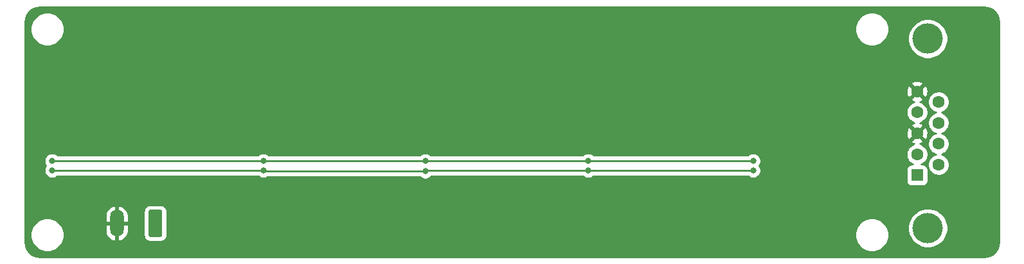
<source format=gbr>
%TF.GenerationSoftware,KiCad,Pcbnew,(5.1.12)-1*%
%TF.CreationDate,2021-12-02T22:11:06-06:00*%
%TF.ProjectId,CANA_BOARD,43414e41-5f42-44f4-9152-442e6b696361,rev?*%
%TF.SameCoordinates,Original*%
%TF.FileFunction,Copper,L2,Bot*%
%TF.FilePolarity,Positive*%
%FSLAX46Y46*%
G04 Gerber Fmt 4.6, Leading zero omitted, Abs format (unit mm)*
G04 Created by KiCad (PCBNEW (5.1.12)-1) date 2021-12-02 22:11:06*
%MOMM*%
%LPD*%
G01*
G04 APERTURE LIST*
%TA.AperFunction,ComponentPad*%
%ADD10O,1.800000X3.600000*%
%TD*%
%TA.AperFunction,ComponentPad*%
%ADD11C,4.000000*%
%TD*%
%TA.AperFunction,ComponentPad*%
%ADD12C,1.600000*%
%TD*%
%TA.AperFunction,ComponentPad*%
%ADD13R,1.600000X1.600000*%
%TD*%
%TA.AperFunction,ViaPad*%
%ADD14C,0.800000*%
%TD*%
%TA.AperFunction,Conductor*%
%ADD15C,0.250000*%
%TD*%
%TA.AperFunction,Conductor*%
%ADD16C,0.254000*%
%TD*%
%TA.AperFunction,Conductor*%
%ADD17C,0.100000*%
%TD*%
G04 APERTURE END LIST*
D10*
%TO.P,J1,2*%
%TO.N,GND_ISO*%
X118110000Y-96520000D03*
%TO.P,J1,1*%
%TO.N,5V_ISO*%
%TA.AperFunction,ComponentPad*%
G36*
G01*
X124090000Y-94970000D02*
X124090000Y-98070000D01*
G75*
G02*
X123840000Y-98320000I-250000J0D01*
G01*
X122540000Y-98320000D01*
G75*
G02*
X122290000Y-98070000I0J250000D01*
G01*
X122290000Y-94970000D01*
G75*
G02*
X122540000Y-94720000I250000J0D01*
G01*
X123840000Y-94720000D01*
G75*
G02*
X124090000Y-94970000I0J-250000D01*
G01*
G37*
%TD.AperFunction*%
%TD*%
D11*
%TO.P,J6,0*%
%TO.N,N/C*%
X224940000Y-72130000D03*
X224940000Y-97130000D03*
D12*
%TO.P,J6,9*%
X226360000Y-80475000D03*
%TO.P,J6,8*%
X226360000Y-83245000D03*
%TO.P,J6,7*%
%TO.N,CAN_IN+*%
X226360000Y-86015000D03*
%TO.P,J6,6*%
%TO.N,N/C*%
X226360000Y-88785000D03*
%TO.P,J6,5*%
%TO.N,GND_ISO*%
X223520000Y-79090000D03*
%TO.P,J6,4*%
%TO.N,N/C*%
X223520000Y-81860000D03*
%TO.P,J6,3*%
%TO.N,GND_ISO*%
X223520000Y-84630000D03*
%TO.P,J6,2*%
%TO.N,CAN_IN-*%
X223520000Y-87400000D03*
D13*
%TO.P,J6,1*%
%TO.N,N/C*%
X223520000Y-90170000D03*
%TD*%
D14*
%TO.N,GND_ISO*%
X215646000Y-77978000D03*
%TO.N,Net-(J18-Pad2)*%
X109601000Y-88265000D03*
X137414000Y-88265000D03*
X158750000Y-88265000D03*
X180213000Y-88265000D03*
X201930000Y-88265000D03*
%TO.N,Net-(J18-Pad1)*%
X109601000Y-89535000D03*
X137414000Y-89535000D03*
X158750000Y-89662000D03*
X180213000Y-89535000D03*
X201930000Y-89535000D03*
%TD*%
D15*
%TO.N,Net-(J18-Pad2)*%
X109601000Y-88265000D02*
X137414000Y-88265000D01*
X137414000Y-88265000D02*
X158750000Y-88265000D01*
X158750000Y-88265000D02*
X180213000Y-88265000D01*
X180213000Y-88265000D02*
X201930000Y-88265000D01*
%TO.N,Net-(J18-Pad1)*%
X201930000Y-89535000D02*
X180213000Y-89535000D01*
X158877000Y-89535000D02*
X158750000Y-89662000D01*
X180213000Y-89535000D02*
X158877000Y-89535000D01*
X137541000Y-89662000D02*
X137414000Y-89535000D01*
X158750000Y-89662000D02*
X137541000Y-89662000D01*
X137414000Y-89535000D02*
X109601000Y-89535000D01*
%TD*%
D16*
%TO.N,GND_ISO*%
X232774545Y-68008909D02*
X233125208Y-68114780D01*
X233448625Y-68286744D01*
X233732484Y-68518254D01*
X233965965Y-68800486D01*
X234140183Y-69122695D01*
X234248502Y-69472614D01*
X234290000Y-69867443D01*
X234290001Y-99027711D01*
X234251091Y-99424545D01*
X234145220Y-99775206D01*
X233973257Y-100098623D01*
X233741748Y-100382482D01*
X233459514Y-100615965D01*
X233137304Y-100790184D01*
X232787385Y-100898502D01*
X232392557Y-100940000D01*
X107982279Y-100940000D01*
X107585455Y-100901091D01*
X107234794Y-100795220D01*
X106911377Y-100623257D01*
X106627518Y-100391748D01*
X106394035Y-100109514D01*
X106219816Y-99787304D01*
X106111498Y-99437385D01*
X106070000Y-99042557D01*
X106070000Y-97823872D01*
X106731000Y-97823872D01*
X106731000Y-98264128D01*
X106816890Y-98695925D01*
X106985369Y-99102669D01*
X107229962Y-99468729D01*
X107541271Y-99780038D01*
X107907331Y-100024631D01*
X108314075Y-100193110D01*
X108745872Y-100279000D01*
X109186128Y-100279000D01*
X109617925Y-100193110D01*
X110024669Y-100024631D01*
X110390729Y-99780038D01*
X110702038Y-99468729D01*
X110946631Y-99102669D01*
X111115110Y-98695925D01*
X111201000Y-98264128D01*
X111201000Y-97823872D01*
X111115110Y-97392075D01*
X110946631Y-96985331D01*
X110720566Y-96647000D01*
X116575000Y-96647000D01*
X116575000Y-97547000D01*
X116629271Y-97844023D01*
X116740446Y-98124751D01*
X116904252Y-98378396D01*
X117114394Y-98595210D01*
X117362796Y-98766862D01*
X117639913Y-98886755D01*
X117745260Y-98911036D01*
X117983000Y-98790378D01*
X117983000Y-96647000D01*
X118237000Y-96647000D01*
X118237000Y-98790378D01*
X118474740Y-98911036D01*
X118580087Y-98886755D01*
X118857204Y-98766862D01*
X119105606Y-98595210D01*
X119315748Y-98378396D01*
X119479554Y-98124751D01*
X119590729Y-97844023D01*
X119645000Y-97547000D01*
X119645000Y-96647000D01*
X118237000Y-96647000D01*
X117983000Y-96647000D01*
X116575000Y-96647000D01*
X110720566Y-96647000D01*
X110702038Y-96619271D01*
X110390729Y-96307962D01*
X110024669Y-96063369D01*
X109617925Y-95894890D01*
X109186128Y-95809000D01*
X108745872Y-95809000D01*
X108314075Y-95894890D01*
X107907331Y-96063369D01*
X107541271Y-96307962D01*
X107229962Y-96619271D01*
X106985369Y-96985331D01*
X106816890Y-97392075D01*
X106731000Y-97823872D01*
X106070000Y-97823872D01*
X106070000Y-95493000D01*
X116575000Y-95493000D01*
X116575000Y-96393000D01*
X117983000Y-96393000D01*
X117983000Y-94249622D01*
X118237000Y-94249622D01*
X118237000Y-96393000D01*
X119645000Y-96393000D01*
X119645000Y-95493000D01*
X119590729Y-95195977D01*
X119501237Y-94970000D01*
X121651928Y-94970000D01*
X121651928Y-98070000D01*
X121668992Y-98243254D01*
X121719528Y-98409850D01*
X121801595Y-98563386D01*
X121912038Y-98697962D01*
X122046614Y-98808405D01*
X122200150Y-98890472D01*
X122366746Y-98941008D01*
X122540000Y-98958072D01*
X123840000Y-98958072D01*
X124013254Y-98941008D01*
X124179850Y-98890472D01*
X124333386Y-98808405D01*
X124467962Y-98697962D01*
X124578405Y-98563386D01*
X124660472Y-98409850D01*
X124711008Y-98243254D01*
X124728072Y-98070000D01*
X124728072Y-97823872D01*
X215316000Y-97823872D01*
X215316000Y-98264128D01*
X215401890Y-98695925D01*
X215570369Y-99102669D01*
X215814962Y-99468729D01*
X216126271Y-99780038D01*
X216492331Y-100024631D01*
X216899075Y-100193110D01*
X217330872Y-100279000D01*
X217771128Y-100279000D01*
X218202925Y-100193110D01*
X218609669Y-100024631D01*
X218975729Y-99780038D01*
X219287038Y-99468729D01*
X219531631Y-99102669D01*
X219700110Y-98695925D01*
X219786000Y-98264128D01*
X219786000Y-97823872D01*
X219700110Y-97392075D01*
X219531631Y-96985331D01*
X219454887Y-96870475D01*
X222305000Y-96870475D01*
X222305000Y-97389525D01*
X222406261Y-97898601D01*
X222604893Y-98378141D01*
X222893262Y-98809715D01*
X223260285Y-99176738D01*
X223691859Y-99465107D01*
X224171399Y-99663739D01*
X224680475Y-99765000D01*
X225199525Y-99765000D01*
X225708601Y-99663739D01*
X226188141Y-99465107D01*
X226619715Y-99176738D01*
X226986738Y-98809715D01*
X227275107Y-98378141D01*
X227473739Y-97898601D01*
X227575000Y-97389525D01*
X227575000Y-96870475D01*
X227473739Y-96361399D01*
X227275107Y-95881859D01*
X226986738Y-95450285D01*
X226619715Y-95083262D01*
X226188141Y-94794893D01*
X225708601Y-94596261D01*
X225199525Y-94495000D01*
X224680475Y-94495000D01*
X224171399Y-94596261D01*
X223691859Y-94794893D01*
X223260285Y-95083262D01*
X222893262Y-95450285D01*
X222604893Y-95881859D01*
X222406261Y-96361399D01*
X222305000Y-96870475D01*
X219454887Y-96870475D01*
X219287038Y-96619271D01*
X218975729Y-96307962D01*
X218609669Y-96063369D01*
X218202925Y-95894890D01*
X217771128Y-95809000D01*
X217330872Y-95809000D01*
X216899075Y-95894890D01*
X216492331Y-96063369D01*
X216126271Y-96307962D01*
X215814962Y-96619271D01*
X215570369Y-96985331D01*
X215401890Y-97392075D01*
X215316000Y-97823872D01*
X124728072Y-97823872D01*
X124728072Y-94970000D01*
X124711008Y-94796746D01*
X124660472Y-94630150D01*
X124578405Y-94476614D01*
X124467962Y-94342038D01*
X124333386Y-94231595D01*
X124179850Y-94149528D01*
X124013254Y-94098992D01*
X123840000Y-94081928D01*
X122540000Y-94081928D01*
X122366746Y-94098992D01*
X122200150Y-94149528D01*
X122046614Y-94231595D01*
X121912038Y-94342038D01*
X121801595Y-94476614D01*
X121719528Y-94630150D01*
X121668992Y-94796746D01*
X121651928Y-94970000D01*
X119501237Y-94970000D01*
X119479554Y-94915249D01*
X119315748Y-94661604D01*
X119105606Y-94444790D01*
X118857204Y-94273138D01*
X118580087Y-94153245D01*
X118474740Y-94128964D01*
X118237000Y-94249622D01*
X117983000Y-94249622D01*
X117745260Y-94128964D01*
X117639913Y-94153245D01*
X117362796Y-94273138D01*
X117114394Y-94444790D01*
X116904252Y-94661604D01*
X116740446Y-94915249D01*
X116629271Y-95195977D01*
X116575000Y-95493000D01*
X106070000Y-95493000D01*
X106070000Y-88163061D01*
X108566000Y-88163061D01*
X108566000Y-88366939D01*
X108605774Y-88566898D01*
X108683795Y-88755256D01*
X108780510Y-88900000D01*
X108683795Y-89044744D01*
X108605774Y-89233102D01*
X108566000Y-89433061D01*
X108566000Y-89636939D01*
X108605774Y-89836898D01*
X108683795Y-90025256D01*
X108797063Y-90194774D01*
X108941226Y-90338937D01*
X109110744Y-90452205D01*
X109299102Y-90530226D01*
X109499061Y-90570000D01*
X109702939Y-90570000D01*
X109902898Y-90530226D01*
X110091256Y-90452205D01*
X110260774Y-90338937D01*
X110304711Y-90295000D01*
X136710289Y-90295000D01*
X136754226Y-90338937D01*
X136923744Y-90452205D01*
X137112102Y-90530226D01*
X137312061Y-90570000D01*
X137515939Y-90570000D01*
X137715898Y-90530226D01*
X137904256Y-90452205D01*
X137949461Y-90422000D01*
X158046289Y-90422000D01*
X158090226Y-90465937D01*
X158259744Y-90579205D01*
X158448102Y-90657226D01*
X158648061Y-90697000D01*
X158851939Y-90697000D01*
X159051898Y-90657226D01*
X159240256Y-90579205D01*
X159409774Y-90465937D01*
X159553937Y-90321774D01*
X159571827Y-90295000D01*
X179509289Y-90295000D01*
X179553226Y-90338937D01*
X179722744Y-90452205D01*
X179911102Y-90530226D01*
X180111061Y-90570000D01*
X180314939Y-90570000D01*
X180514898Y-90530226D01*
X180703256Y-90452205D01*
X180872774Y-90338937D01*
X180916711Y-90295000D01*
X201226289Y-90295000D01*
X201270226Y-90338937D01*
X201439744Y-90452205D01*
X201628102Y-90530226D01*
X201828061Y-90570000D01*
X202031939Y-90570000D01*
X202231898Y-90530226D01*
X202420256Y-90452205D01*
X202589774Y-90338937D01*
X202733937Y-90194774D01*
X202847205Y-90025256D01*
X202925226Y-89836898D01*
X202965000Y-89636939D01*
X202965000Y-89433061D01*
X202952457Y-89370000D01*
X222081928Y-89370000D01*
X222081928Y-90970000D01*
X222094188Y-91094482D01*
X222130498Y-91214180D01*
X222189463Y-91324494D01*
X222268815Y-91421185D01*
X222365506Y-91500537D01*
X222475820Y-91559502D01*
X222595518Y-91595812D01*
X222720000Y-91608072D01*
X224320000Y-91608072D01*
X224444482Y-91595812D01*
X224564180Y-91559502D01*
X224674494Y-91500537D01*
X224771185Y-91421185D01*
X224850537Y-91324494D01*
X224909502Y-91214180D01*
X224945812Y-91094482D01*
X224958072Y-90970000D01*
X224958072Y-89370000D01*
X224945812Y-89245518D01*
X224909502Y-89125820D01*
X224850537Y-89015506D01*
X224771185Y-88918815D01*
X224674494Y-88839463D01*
X224564180Y-88780498D01*
X224444482Y-88744188D01*
X224320000Y-88731928D01*
X224054275Y-88731928D01*
X224199727Y-88671680D01*
X224434759Y-88514637D01*
X224634637Y-88314759D01*
X224791680Y-88079727D01*
X224899853Y-87818574D01*
X224955000Y-87541335D01*
X224955000Y-87258665D01*
X224899853Y-86981426D01*
X224791680Y-86720273D01*
X224634637Y-86485241D01*
X224434759Y-86285363D01*
X224199727Y-86128320D01*
X223938574Y-86020147D01*
X223910118Y-86014487D01*
X224136292Y-85933603D01*
X224261514Y-85866671D01*
X224333097Y-85622702D01*
X223520000Y-84809605D01*
X222706903Y-85622702D01*
X222778486Y-85866671D01*
X223033996Y-85987571D01*
X223136289Y-86013212D01*
X223101426Y-86020147D01*
X222840273Y-86128320D01*
X222605241Y-86285363D01*
X222405363Y-86485241D01*
X222248320Y-86720273D01*
X222140147Y-86981426D01*
X222085000Y-87258665D01*
X222085000Y-87541335D01*
X222140147Y-87818574D01*
X222248320Y-88079727D01*
X222405363Y-88314759D01*
X222605241Y-88514637D01*
X222840273Y-88671680D01*
X222985725Y-88731928D01*
X222720000Y-88731928D01*
X222595518Y-88744188D01*
X222475820Y-88780498D01*
X222365506Y-88839463D01*
X222268815Y-88918815D01*
X222189463Y-89015506D01*
X222130498Y-89125820D01*
X222094188Y-89245518D01*
X222081928Y-89370000D01*
X202952457Y-89370000D01*
X202925226Y-89233102D01*
X202847205Y-89044744D01*
X202750490Y-88900000D01*
X202847205Y-88755256D01*
X202925226Y-88566898D01*
X202965000Y-88366939D01*
X202965000Y-88163061D01*
X202925226Y-87963102D01*
X202847205Y-87774744D01*
X202733937Y-87605226D01*
X202589774Y-87461063D01*
X202420256Y-87347795D01*
X202231898Y-87269774D01*
X202031939Y-87230000D01*
X201828061Y-87230000D01*
X201628102Y-87269774D01*
X201439744Y-87347795D01*
X201270226Y-87461063D01*
X201226289Y-87505000D01*
X180916711Y-87505000D01*
X180872774Y-87461063D01*
X180703256Y-87347795D01*
X180514898Y-87269774D01*
X180314939Y-87230000D01*
X180111061Y-87230000D01*
X179911102Y-87269774D01*
X179722744Y-87347795D01*
X179553226Y-87461063D01*
X179509289Y-87505000D01*
X159453711Y-87505000D01*
X159409774Y-87461063D01*
X159240256Y-87347795D01*
X159051898Y-87269774D01*
X158851939Y-87230000D01*
X158648061Y-87230000D01*
X158448102Y-87269774D01*
X158259744Y-87347795D01*
X158090226Y-87461063D01*
X158046289Y-87505000D01*
X138117711Y-87505000D01*
X138073774Y-87461063D01*
X137904256Y-87347795D01*
X137715898Y-87269774D01*
X137515939Y-87230000D01*
X137312061Y-87230000D01*
X137112102Y-87269774D01*
X136923744Y-87347795D01*
X136754226Y-87461063D01*
X136710289Y-87505000D01*
X110304711Y-87505000D01*
X110260774Y-87461063D01*
X110091256Y-87347795D01*
X109902898Y-87269774D01*
X109702939Y-87230000D01*
X109499061Y-87230000D01*
X109299102Y-87269774D01*
X109110744Y-87347795D01*
X108941226Y-87461063D01*
X108797063Y-87605226D01*
X108683795Y-87774744D01*
X108605774Y-87963102D01*
X108566000Y-88163061D01*
X106070000Y-88163061D01*
X106070000Y-84700512D01*
X222079783Y-84700512D01*
X222121213Y-84980130D01*
X222216397Y-85246292D01*
X222283329Y-85371514D01*
X222527298Y-85443097D01*
X223340395Y-84630000D01*
X223699605Y-84630000D01*
X224512702Y-85443097D01*
X224756671Y-85371514D01*
X224877571Y-85116004D01*
X224946300Y-84841816D01*
X224960217Y-84559488D01*
X224918787Y-84279870D01*
X224823603Y-84013708D01*
X224756671Y-83888486D01*
X224512702Y-83816903D01*
X223699605Y-84630000D01*
X223340395Y-84630000D01*
X222527298Y-83816903D01*
X222283329Y-83888486D01*
X222162429Y-84143996D01*
X222093700Y-84418184D01*
X222079783Y-84700512D01*
X106070000Y-84700512D01*
X106070000Y-81718665D01*
X222085000Y-81718665D01*
X222085000Y-82001335D01*
X222140147Y-82278574D01*
X222248320Y-82539727D01*
X222405363Y-82774759D01*
X222605241Y-82974637D01*
X222840273Y-83131680D01*
X223101426Y-83239853D01*
X223129882Y-83245513D01*
X222903708Y-83326397D01*
X222778486Y-83393329D01*
X222706903Y-83637298D01*
X223520000Y-84450395D01*
X224333097Y-83637298D01*
X224261514Y-83393329D01*
X224006004Y-83272429D01*
X223903711Y-83246788D01*
X223938574Y-83239853D01*
X224199727Y-83131680D01*
X224434759Y-82974637D01*
X224634637Y-82774759D01*
X224791680Y-82539727D01*
X224899853Y-82278574D01*
X224955000Y-82001335D01*
X224955000Y-81718665D01*
X224899853Y-81441426D01*
X224791680Y-81180273D01*
X224634637Y-80945241D01*
X224434759Y-80745363D01*
X224199727Y-80588320D01*
X223938574Y-80480147D01*
X223910118Y-80474487D01*
X224136292Y-80393603D01*
X224248429Y-80333665D01*
X224925000Y-80333665D01*
X224925000Y-80616335D01*
X224980147Y-80893574D01*
X225088320Y-81154727D01*
X225245363Y-81389759D01*
X225445241Y-81589637D01*
X225680273Y-81746680D01*
X225941426Y-81854853D01*
X225967301Y-81860000D01*
X225941426Y-81865147D01*
X225680273Y-81973320D01*
X225445241Y-82130363D01*
X225245363Y-82330241D01*
X225088320Y-82565273D01*
X224980147Y-82826426D01*
X224925000Y-83103665D01*
X224925000Y-83386335D01*
X224980147Y-83663574D01*
X225088320Y-83924727D01*
X225245363Y-84159759D01*
X225445241Y-84359637D01*
X225680273Y-84516680D01*
X225941426Y-84624853D01*
X225967301Y-84630000D01*
X225941426Y-84635147D01*
X225680273Y-84743320D01*
X225445241Y-84900363D01*
X225245363Y-85100241D01*
X225088320Y-85335273D01*
X224980147Y-85596426D01*
X224925000Y-85873665D01*
X224925000Y-86156335D01*
X224980147Y-86433574D01*
X225088320Y-86694727D01*
X225245363Y-86929759D01*
X225445241Y-87129637D01*
X225680273Y-87286680D01*
X225941426Y-87394853D01*
X225967301Y-87400000D01*
X225941426Y-87405147D01*
X225680273Y-87513320D01*
X225445241Y-87670363D01*
X225245363Y-87870241D01*
X225088320Y-88105273D01*
X224980147Y-88366426D01*
X224925000Y-88643665D01*
X224925000Y-88926335D01*
X224980147Y-89203574D01*
X225088320Y-89464727D01*
X225245363Y-89699759D01*
X225445241Y-89899637D01*
X225680273Y-90056680D01*
X225941426Y-90164853D01*
X226218665Y-90220000D01*
X226501335Y-90220000D01*
X226778574Y-90164853D01*
X227039727Y-90056680D01*
X227274759Y-89899637D01*
X227474637Y-89699759D01*
X227631680Y-89464727D01*
X227739853Y-89203574D01*
X227795000Y-88926335D01*
X227795000Y-88643665D01*
X227739853Y-88366426D01*
X227631680Y-88105273D01*
X227474637Y-87870241D01*
X227274759Y-87670363D01*
X227039727Y-87513320D01*
X226778574Y-87405147D01*
X226752699Y-87400000D01*
X226778574Y-87394853D01*
X227039727Y-87286680D01*
X227274759Y-87129637D01*
X227474637Y-86929759D01*
X227631680Y-86694727D01*
X227739853Y-86433574D01*
X227795000Y-86156335D01*
X227795000Y-85873665D01*
X227739853Y-85596426D01*
X227631680Y-85335273D01*
X227474637Y-85100241D01*
X227274759Y-84900363D01*
X227039727Y-84743320D01*
X226778574Y-84635147D01*
X226752699Y-84630000D01*
X226778574Y-84624853D01*
X227039727Y-84516680D01*
X227274759Y-84359637D01*
X227474637Y-84159759D01*
X227631680Y-83924727D01*
X227739853Y-83663574D01*
X227795000Y-83386335D01*
X227795000Y-83103665D01*
X227739853Y-82826426D01*
X227631680Y-82565273D01*
X227474637Y-82330241D01*
X227274759Y-82130363D01*
X227039727Y-81973320D01*
X226778574Y-81865147D01*
X226752699Y-81860000D01*
X226778574Y-81854853D01*
X227039727Y-81746680D01*
X227274759Y-81589637D01*
X227474637Y-81389759D01*
X227631680Y-81154727D01*
X227739853Y-80893574D01*
X227795000Y-80616335D01*
X227795000Y-80333665D01*
X227739853Y-80056426D01*
X227631680Y-79795273D01*
X227474637Y-79560241D01*
X227274759Y-79360363D01*
X227039727Y-79203320D01*
X226778574Y-79095147D01*
X226501335Y-79040000D01*
X226218665Y-79040000D01*
X225941426Y-79095147D01*
X225680273Y-79203320D01*
X225445241Y-79360363D01*
X225245363Y-79560241D01*
X225088320Y-79795273D01*
X224980147Y-80056426D01*
X224925000Y-80333665D01*
X224248429Y-80333665D01*
X224261514Y-80326671D01*
X224333097Y-80082702D01*
X223520000Y-79269605D01*
X222706903Y-80082702D01*
X222778486Y-80326671D01*
X223033996Y-80447571D01*
X223136289Y-80473212D01*
X223101426Y-80480147D01*
X222840273Y-80588320D01*
X222605241Y-80745363D01*
X222405363Y-80945241D01*
X222248320Y-81180273D01*
X222140147Y-81441426D01*
X222085000Y-81718665D01*
X106070000Y-81718665D01*
X106070000Y-79160512D01*
X222079783Y-79160512D01*
X222121213Y-79440130D01*
X222216397Y-79706292D01*
X222283329Y-79831514D01*
X222527298Y-79903097D01*
X223340395Y-79090000D01*
X223699605Y-79090000D01*
X224512702Y-79903097D01*
X224756671Y-79831514D01*
X224877571Y-79576004D01*
X224946300Y-79301816D01*
X224960217Y-79019488D01*
X224918787Y-78739870D01*
X224823603Y-78473708D01*
X224756671Y-78348486D01*
X224512702Y-78276903D01*
X223699605Y-79090000D01*
X223340395Y-79090000D01*
X222527298Y-78276903D01*
X222283329Y-78348486D01*
X222162429Y-78603996D01*
X222093700Y-78878184D01*
X222079783Y-79160512D01*
X106070000Y-79160512D01*
X106070000Y-78097298D01*
X222706903Y-78097298D01*
X223520000Y-78910395D01*
X224333097Y-78097298D01*
X224261514Y-77853329D01*
X224006004Y-77732429D01*
X223731816Y-77663700D01*
X223449488Y-77649783D01*
X223169870Y-77691213D01*
X222903708Y-77786397D01*
X222778486Y-77853329D01*
X222706903Y-78097298D01*
X106070000Y-78097298D01*
X106070000Y-70645872D01*
X106731000Y-70645872D01*
X106731000Y-71086128D01*
X106816890Y-71517925D01*
X106985369Y-71924669D01*
X107229962Y-72290729D01*
X107541271Y-72602038D01*
X107907331Y-72846631D01*
X108314075Y-73015110D01*
X108745872Y-73101000D01*
X109186128Y-73101000D01*
X109617925Y-73015110D01*
X110024669Y-72846631D01*
X110390729Y-72602038D01*
X110702038Y-72290729D01*
X110946631Y-71924669D01*
X111115110Y-71517925D01*
X111201000Y-71086128D01*
X111201000Y-70645872D01*
X215316000Y-70645872D01*
X215316000Y-71086128D01*
X215401890Y-71517925D01*
X215570369Y-71924669D01*
X215814962Y-72290729D01*
X216126271Y-72602038D01*
X216492331Y-72846631D01*
X216899075Y-73015110D01*
X217330872Y-73101000D01*
X217771128Y-73101000D01*
X218202925Y-73015110D01*
X218609669Y-72846631D01*
X218975729Y-72602038D01*
X219287038Y-72290729D01*
X219531631Y-71924669D01*
X219554078Y-71870475D01*
X222305000Y-71870475D01*
X222305000Y-72389525D01*
X222406261Y-72898601D01*
X222604893Y-73378141D01*
X222893262Y-73809715D01*
X223260285Y-74176738D01*
X223691859Y-74465107D01*
X224171399Y-74663739D01*
X224680475Y-74765000D01*
X225199525Y-74765000D01*
X225708601Y-74663739D01*
X226188141Y-74465107D01*
X226619715Y-74176738D01*
X226986738Y-73809715D01*
X227275107Y-73378141D01*
X227473739Y-72898601D01*
X227575000Y-72389525D01*
X227575000Y-71870475D01*
X227473739Y-71361399D01*
X227275107Y-70881859D01*
X226986738Y-70450285D01*
X226619715Y-70083262D01*
X226188141Y-69794893D01*
X225708601Y-69596261D01*
X225199525Y-69495000D01*
X224680475Y-69495000D01*
X224171399Y-69596261D01*
X223691859Y-69794893D01*
X223260285Y-70083262D01*
X222893262Y-70450285D01*
X222604893Y-70881859D01*
X222406261Y-71361399D01*
X222305000Y-71870475D01*
X219554078Y-71870475D01*
X219700110Y-71517925D01*
X219786000Y-71086128D01*
X219786000Y-70645872D01*
X219700110Y-70214075D01*
X219531631Y-69807331D01*
X219287038Y-69441271D01*
X218975729Y-69129962D01*
X218609669Y-68885369D01*
X218202925Y-68716890D01*
X217771128Y-68631000D01*
X217330872Y-68631000D01*
X216899075Y-68716890D01*
X216492331Y-68885369D01*
X216126271Y-69129962D01*
X215814962Y-69441271D01*
X215570369Y-69807331D01*
X215401890Y-70214075D01*
X215316000Y-70645872D01*
X111201000Y-70645872D01*
X111115110Y-70214075D01*
X110946631Y-69807331D01*
X110702038Y-69441271D01*
X110390729Y-69129962D01*
X110024669Y-68885369D01*
X109617925Y-68716890D01*
X109186128Y-68631000D01*
X108745872Y-68631000D01*
X108314075Y-68716890D01*
X107907331Y-68885369D01*
X107541271Y-69129962D01*
X107229962Y-69441271D01*
X106985369Y-69807331D01*
X106816890Y-70214075D01*
X106731000Y-70645872D01*
X106070000Y-70645872D01*
X106070000Y-69882279D01*
X106108909Y-69485455D01*
X106214780Y-69134792D01*
X106386744Y-68811375D01*
X106618254Y-68527516D01*
X106900486Y-68294035D01*
X107222695Y-68119817D01*
X107572614Y-68011498D01*
X107967443Y-67970000D01*
X232377721Y-67970000D01*
X232774545Y-68008909D01*
%TA.AperFunction,Conductor*%
D17*
G36*
X232774545Y-68008909D02*
G01*
X233125208Y-68114780D01*
X233448625Y-68286744D01*
X233732484Y-68518254D01*
X233965965Y-68800486D01*
X234140183Y-69122695D01*
X234248502Y-69472614D01*
X234290000Y-69867443D01*
X234290001Y-99027711D01*
X234251091Y-99424545D01*
X234145220Y-99775206D01*
X233973257Y-100098623D01*
X233741748Y-100382482D01*
X233459514Y-100615965D01*
X233137304Y-100790184D01*
X232787385Y-100898502D01*
X232392557Y-100940000D01*
X107982279Y-100940000D01*
X107585455Y-100901091D01*
X107234794Y-100795220D01*
X106911377Y-100623257D01*
X106627518Y-100391748D01*
X106394035Y-100109514D01*
X106219816Y-99787304D01*
X106111498Y-99437385D01*
X106070000Y-99042557D01*
X106070000Y-97823872D01*
X106731000Y-97823872D01*
X106731000Y-98264128D01*
X106816890Y-98695925D01*
X106985369Y-99102669D01*
X107229962Y-99468729D01*
X107541271Y-99780038D01*
X107907331Y-100024631D01*
X108314075Y-100193110D01*
X108745872Y-100279000D01*
X109186128Y-100279000D01*
X109617925Y-100193110D01*
X110024669Y-100024631D01*
X110390729Y-99780038D01*
X110702038Y-99468729D01*
X110946631Y-99102669D01*
X111115110Y-98695925D01*
X111201000Y-98264128D01*
X111201000Y-97823872D01*
X111115110Y-97392075D01*
X110946631Y-96985331D01*
X110720566Y-96647000D01*
X116575000Y-96647000D01*
X116575000Y-97547000D01*
X116629271Y-97844023D01*
X116740446Y-98124751D01*
X116904252Y-98378396D01*
X117114394Y-98595210D01*
X117362796Y-98766862D01*
X117639913Y-98886755D01*
X117745260Y-98911036D01*
X117983000Y-98790378D01*
X117983000Y-96647000D01*
X118237000Y-96647000D01*
X118237000Y-98790378D01*
X118474740Y-98911036D01*
X118580087Y-98886755D01*
X118857204Y-98766862D01*
X119105606Y-98595210D01*
X119315748Y-98378396D01*
X119479554Y-98124751D01*
X119590729Y-97844023D01*
X119645000Y-97547000D01*
X119645000Y-96647000D01*
X118237000Y-96647000D01*
X117983000Y-96647000D01*
X116575000Y-96647000D01*
X110720566Y-96647000D01*
X110702038Y-96619271D01*
X110390729Y-96307962D01*
X110024669Y-96063369D01*
X109617925Y-95894890D01*
X109186128Y-95809000D01*
X108745872Y-95809000D01*
X108314075Y-95894890D01*
X107907331Y-96063369D01*
X107541271Y-96307962D01*
X107229962Y-96619271D01*
X106985369Y-96985331D01*
X106816890Y-97392075D01*
X106731000Y-97823872D01*
X106070000Y-97823872D01*
X106070000Y-95493000D01*
X116575000Y-95493000D01*
X116575000Y-96393000D01*
X117983000Y-96393000D01*
X117983000Y-94249622D01*
X118237000Y-94249622D01*
X118237000Y-96393000D01*
X119645000Y-96393000D01*
X119645000Y-95493000D01*
X119590729Y-95195977D01*
X119501237Y-94970000D01*
X121651928Y-94970000D01*
X121651928Y-98070000D01*
X121668992Y-98243254D01*
X121719528Y-98409850D01*
X121801595Y-98563386D01*
X121912038Y-98697962D01*
X122046614Y-98808405D01*
X122200150Y-98890472D01*
X122366746Y-98941008D01*
X122540000Y-98958072D01*
X123840000Y-98958072D01*
X124013254Y-98941008D01*
X124179850Y-98890472D01*
X124333386Y-98808405D01*
X124467962Y-98697962D01*
X124578405Y-98563386D01*
X124660472Y-98409850D01*
X124711008Y-98243254D01*
X124728072Y-98070000D01*
X124728072Y-97823872D01*
X215316000Y-97823872D01*
X215316000Y-98264128D01*
X215401890Y-98695925D01*
X215570369Y-99102669D01*
X215814962Y-99468729D01*
X216126271Y-99780038D01*
X216492331Y-100024631D01*
X216899075Y-100193110D01*
X217330872Y-100279000D01*
X217771128Y-100279000D01*
X218202925Y-100193110D01*
X218609669Y-100024631D01*
X218975729Y-99780038D01*
X219287038Y-99468729D01*
X219531631Y-99102669D01*
X219700110Y-98695925D01*
X219786000Y-98264128D01*
X219786000Y-97823872D01*
X219700110Y-97392075D01*
X219531631Y-96985331D01*
X219454887Y-96870475D01*
X222305000Y-96870475D01*
X222305000Y-97389525D01*
X222406261Y-97898601D01*
X222604893Y-98378141D01*
X222893262Y-98809715D01*
X223260285Y-99176738D01*
X223691859Y-99465107D01*
X224171399Y-99663739D01*
X224680475Y-99765000D01*
X225199525Y-99765000D01*
X225708601Y-99663739D01*
X226188141Y-99465107D01*
X226619715Y-99176738D01*
X226986738Y-98809715D01*
X227275107Y-98378141D01*
X227473739Y-97898601D01*
X227575000Y-97389525D01*
X227575000Y-96870475D01*
X227473739Y-96361399D01*
X227275107Y-95881859D01*
X226986738Y-95450285D01*
X226619715Y-95083262D01*
X226188141Y-94794893D01*
X225708601Y-94596261D01*
X225199525Y-94495000D01*
X224680475Y-94495000D01*
X224171399Y-94596261D01*
X223691859Y-94794893D01*
X223260285Y-95083262D01*
X222893262Y-95450285D01*
X222604893Y-95881859D01*
X222406261Y-96361399D01*
X222305000Y-96870475D01*
X219454887Y-96870475D01*
X219287038Y-96619271D01*
X218975729Y-96307962D01*
X218609669Y-96063369D01*
X218202925Y-95894890D01*
X217771128Y-95809000D01*
X217330872Y-95809000D01*
X216899075Y-95894890D01*
X216492331Y-96063369D01*
X216126271Y-96307962D01*
X215814962Y-96619271D01*
X215570369Y-96985331D01*
X215401890Y-97392075D01*
X215316000Y-97823872D01*
X124728072Y-97823872D01*
X124728072Y-94970000D01*
X124711008Y-94796746D01*
X124660472Y-94630150D01*
X124578405Y-94476614D01*
X124467962Y-94342038D01*
X124333386Y-94231595D01*
X124179850Y-94149528D01*
X124013254Y-94098992D01*
X123840000Y-94081928D01*
X122540000Y-94081928D01*
X122366746Y-94098992D01*
X122200150Y-94149528D01*
X122046614Y-94231595D01*
X121912038Y-94342038D01*
X121801595Y-94476614D01*
X121719528Y-94630150D01*
X121668992Y-94796746D01*
X121651928Y-94970000D01*
X119501237Y-94970000D01*
X119479554Y-94915249D01*
X119315748Y-94661604D01*
X119105606Y-94444790D01*
X118857204Y-94273138D01*
X118580087Y-94153245D01*
X118474740Y-94128964D01*
X118237000Y-94249622D01*
X117983000Y-94249622D01*
X117745260Y-94128964D01*
X117639913Y-94153245D01*
X117362796Y-94273138D01*
X117114394Y-94444790D01*
X116904252Y-94661604D01*
X116740446Y-94915249D01*
X116629271Y-95195977D01*
X116575000Y-95493000D01*
X106070000Y-95493000D01*
X106070000Y-88163061D01*
X108566000Y-88163061D01*
X108566000Y-88366939D01*
X108605774Y-88566898D01*
X108683795Y-88755256D01*
X108780510Y-88900000D01*
X108683795Y-89044744D01*
X108605774Y-89233102D01*
X108566000Y-89433061D01*
X108566000Y-89636939D01*
X108605774Y-89836898D01*
X108683795Y-90025256D01*
X108797063Y-90194774D01*
X108941226Y-90338937D01*
X109110744Y-90452205D01*
X109299102Y-90530226D01*
X109499061Y-90570000D01*
X109702939Y-90570000D01*
X109902898Y-90530226D01*
X110091256Y-90452205D01*
X110260774Y-90338937D01*
X110304711Y-90295000D01*
X136710289Y-90295000D01*
X136754226Y-90338937D01*
X136923744Y-90452205D01*
X137112102Y-90530226D01*
X137312061Y-90570000D01*
X137515939Y-90570000D01*
X137715898Y-90530226D01*
X137904256Y-90452205D01*
X137949461Y-90422000D01*
X158046289Y-90422000D01*
X158090226Y-90465937D01*
X158259744Y-90579205D01*
X158448102Y-90657226D01*
X158648061Y-90697000D01*
X158851939Y-90697000D01*
X159051898Y-90657226D01*
X159240256Y-90579205D01*
X159409774Y-90465937D01*
X159553937Y-90321774D01*
X159571827Y-90295000D01*
X179509289Y-90295000D01*
X179553226Y-90338937D01*
X179722744Y-90452205D01*
X179911102Y-90530226D01*
X180111061Y-90570000D01*
X180314939Y-90570000D01*
X180514898Y-90530226D01*
X180703256Y-90452205D01*
X180872774Y-90338937D01*
X180916711Y-90295000D01*
X201226289Y-90295000D01*
X201270226Y-90338937D01*
X201439744Y-90452205D01*
X201628102Y-90530226D01*
X201828061Y-90570000D01*
X202031939Y-90570000D01*
X202231898Y-90530226D01*
X202420256Y-90452205D01*
X202589774Y-90338937D01*
X202733937Y-90194774D01*
X202847205Y-90025256D01*
X202925226Y-89836898D01*
X202965000Y-89636939D01*
X202965000Y-89433061D01*
X202952457Y-89370000D01*
X222081928Y-89370000D01*
X222081928Y-90970000D01*
X222094188Y-91094482D01*
X222130498Y-91214180D01*
X222189463Y-91324494D01*
X222268815Y-91421185D01*
X222365506Y-91500537D01*
X222475820Y-91559502D01*
X222595518Y-91595812D01*
X222720000Y-91608072D01*
X224320000Y-91608072D01*
X224444482Y-91595812D01*
X224564180Y-91559502D01*
X224674494Y-91500537D01*
X224771185Y-91421185D01*
X224850537Y-91324494D01*
X224909502Y-91214180D01*
X224945812Y-91094482D01*
X224958072Y-90970000D01*
X224958072Y-89370000D01*
X224945812Y-89245518D01*
X224909502Y-89125820D01*
X224850537Y-89015506D01*
X224771185Y-88918815D01*
X224674494Y-88839463D01*
X224564180Y-88780498D01*
X224444482Y-88744188D01*
X224320000Y-88731928D01*
X224054275Y-88731928D01*
X224199727Y-88671680D01*
X224434759Y-88514637D01*
X224634637Y-88314759D01*
X224791680Y-88079727D01*
X224899853Y-87818574D01*
X224955000Y-87541335D01*
X224955000Y-87258665D01*
X224899853Y-86981426D01*
X224791680Y-86720273D01*
X224634637Y-86485241D01*
X224434759Y-86285363D01*
X224199727Y-86128320D01*
X223938574Y-86020147D01*
X223910118Y-86014487D01*
X224136292Y-85933603D01*
X224261514Y-85866671D01*
X224333097Y-85622702D01*
X223520000Y-84809605D01*
X222706903Y-85622702D01*
X222778486Y-85866671D01*
X223033996Y-85987571D01*
X223136289Y-86013212D01*
X223101426Y-86020147D01*
X222840273Y-86128320D01*
X222605241Y-86285363D01*
X222405363Y-86485241D01*
X222248320Y-86720273D01*
X222140147Y-86981426D01*
X222085000Y-87258665D01*
X222085000Y-87541335D01*
X222140147Y-87818574D01*
X222248320Y-88079727D01*
X222405363Y-88314759D01*
X222605241Y-88514637D01*
X222840273Y-88671680D01*
X222985725Y-88731928D01*
X222720000Y-88731928D01*
X222595518Y-88744188D01*
X222475820Y-88780498D01*
X222365506Y-88839463D01*
X222268815Y-88918815D01*
X222189463Y-89015506D01*
X222130498Y-89125820D01*
X222094188Y-89245518D01*
X222081928Y-89370000D01*
X202952457Y-89370000D01*
X202925226Y-89233102D01*
X202847205Y-89044744D01*
X202750490Y-88900000D01*
X202847205Y-88755256D01*
X202925226Y-88566898D01*
X202965000Y-88366939D01*
X202965000Y-88163061D01*
X202925226Y-87963102D01*
X202847205Y-87774744D01*
X202733937Y-87605226D01*
X202589774Y-87461063D01*
X202420256Y-87347795D01*
X202231898Y-87269774D01*
X202031939Y-87230000D01*
X201828061Y-87230000D01*
X201628102Y-87269774D01*
X201439744Y-87347795D01*
X201270226Y-87461063D01*
X201226289Y-87505000D01*
X180916711Y-87505000D01*
X180872774Y-87461063D01*
X180703256Y-87347795D01*
X180514898Y-87269774D01*
X180314939Y-87230000D01*
X180111061Y-87230000D01*
X179911102Y-87269774D01*
X179722744Y-87347795D01*
X179553226Y-87461063D01*
X179509289Y-87505000D01*
X159453711Y-87505000D01*
X159409774Y-87461063D01*
X159240256Y-87347795D01*
X159051898Y-87269774D01*
X158851939Y-87230000D01*
X158648061Y-87230000D01*
X158448102Y-87269774D01*
X158259744Y-87347795D01*
X158090226Y-87461063D01*
X158046289Y-87505000D01*
X138117711Y-87505000D01*
X138073774Y-87461063D01*
X137904256Y-87347795D01*
X137715898Y-87269774D01*
X137515939Y-87230000D01*
X137312061Y-87230000D01*
X137112102Y-87269774D01*
X136923744Y-87347795D01*
X136754226Y-87461063D01*
X136710289Y-87505000D01*
X110304711Y-87505000D01*
X110260774Y-87461063D01*
X110091256Y-87347795D01*
X109902898Y-87269774D01*
X109702939Y-87230000D01*
X109499061Y-87230000D01*
X109299102Y-87269774D01*
X109110744Y-87347795D01*
X108941226Y-87461063D01*
X108797063Y-87605226D01*
X108683795Y-87774744D01*
X108605774Y-87963102D01*
X108566000Y-88163061D01*
X106070000Y-88163061D01*
X106070000Y-84700512D01*
X222079783Y-84700512D01*
X222121213Y-84980130D01*
X222216397Y-85246292D01*
X222283329Y-85371514D01*
X222527298Y-85443097D01*
X223340395Y-84630000D01*
X223699605Y-84630000D01*
X224512702Y-85443097D01*
X224756671Y-85371514D01*
X224877571Y-85116004D01*
X224946300Y-84841816D01*
X224960217Y-84559488D01*
X224918787Y-84279870D01*
X224823603Y-84013708D01*
X224756671Y-83888486D01*
X224512702Y-83816903D01*
X223699605Y-84630000D01*
X223340395Y-84630000D01*
X222527298Y-83816903D01*
X222283329Y-83888486D01*
X222162429Y-84143996D01*
X222093700Y-84418184D01*
X222079783Y-84700512D01*
X106070000Y-84700512D01*
X106070000Y-81718665D01*
X222085000Y-81718665D01*
X222085000Y-82001335D01*
X222140147Y-82278574D01*
X222248320Y-82539727D01*
X222405363Y-82774759D01*
X222605241Y-82974637D01*
X222840273Y-83131680D01*
X223101426Y-83239853D01*
X223129882Y-83245513D01*
X222903708Y-83326397D01*
X222778486Y-83393329D01*
X222706903Y-83637298D01*
X223520000Y-84450395D01*
X224333097Y-83637298D01*
X224261514Y-83393329D01*
X224006004Y-83272429D01*
X223903711Y-83246788D01*
X223938574Y-83239853D01*
X224199727Y-83131680D01*
X224434759Y-82974637D01*
X224634637Y-82774759D01*
X224791680Y-82539727D01*
X224899853Y-82278574D01*
X224955000Y-82001335D01*
X224955000Y-81718665D01*
X224899853Y-81441426D01*
X224791680Y-81180273D01*
X224634637Y-80945241D01*
X224434759Y-80745363D01*
X224199727Y-80588320D01*
X223938574Y-80480147D01*
X223910118Y-80474487D01*
X224136292Y-80393603D01*
X224248429Y-80333665D01*
X224925000Y-80333665D01*
X224925000Y-80616335D01*
X224980147Y-80893574D01*
X225088320Y-81154727D01*
X225245363Y-81389759D01*
X225445241Y-81589637D01*
X225680273Y-81746680D01*
X225941426Y-81854853D01*
X225967301Y-81860000D01*
X225941426Y-81865147D01*
X225680273Y-81973320D01*
X225445241Y-82130363D01*
X225245363Y-82330241D01*
X225088320Y-82565273D01*
X224980147Y-82826426D01*
X224925000Y-83103665D01*
X224925000Y-83386335D01*
X224980147Y-83663574D01*
X225088320Y-83924727D01*
X225245363Y-84159759D01*
X225445241Y-84359637D01*
X225680273Y-84516680D01*
X225941426Y-84624853D01*
X225967301Y-84630000D01*
X225941426Y-84635147D01*
X225680273Y-84743320D01*
X225445241Y-84900363D01*
X225245363Y-85100241D01*
X225088320Y-85335273D01*
X224980147Y-85596426D01*
X224925000Y-85873665D01*
X224925000Y-86156335D01*
X224980147Y-86433574D01*
X225088320Y-86694727D01*
X225245363Y-86929759D01*
X225445241Y-87129637D01*
X225680273Y-87286680D01*
X225941426Y-87394853D01*
X225967301Y-87400000D01*
X225941426Y-87405147D01*
X225680273Y-87513320D01*
X225445241Y-87670363D01*
X225245363Y-87870241D01*
X225088320Y-88105273D01*
X224980147Y-88366426D01*
X224925000Y-88643665D01*
X224925000Y-88926335D01*
X224980147Y-89203574D01*
X225088320Y-89464727D01*
X225245363Y-89699759D01*
X225445241Y-89899637D01*
X225680273Y-90056680D01*
X225941426Y-90164853D01*
X226218665Y-90220000D01*
X226501335Y-90220000D01*
X226778574Y-90164853D01*
X227039727Y-90056680D01*
X227274759Y-89899637D01*
X227474637Y-89699759D01*
X227631680Y-89464727D01*
X227739853Y-89203574D01*
X227795000Y-88926335D01*
X227795000Y-88643665D01*
X227739853Y-88366426D01*
X227631680Y-88105273D01*
X227474637Y-87870241D01*
X227274759Y-87670363D01*
X227039727Y-87513320D01*
X226778574Y-87405147D01*
X226752699Y-87400000D01*
X226778574Y-87394853D01*
X227039727Y-87286680D01*
X227274759Y-87129637D01*
X227474637Y-86929759D01*
X227631680Y-86694727D01*
X227739853Y-86433574D01*
X227795000Y-86156335D01*
X227795000Y-85873665D01*
X227739853Y-85596426D01*
X227631680Y-85335273D01*
X227474637Y-85100241D01*
X227274759Y-84900363D01*
X227039727Y-84743320D01*
X226778574Y-84635147D01*
X226752699Y-84630000D01*
X226778574Y-84624853D01*
X227039727Y-84516680D01*
X227274759Y-84359637D01*
X227474637Y-84159759D01*
X227631680Y-83924727D01*
X227739853Y-83663574D01*
X227795000Y-83386335D01*
X227795000Y-83103665D01*
X227739853Y-82826426D01*
X227631680Y-82565273D01*
X227474637Y-82330241D01*
X227274759Y-82130363D01*
X227039727Y-81973320D01*
X226778574Y-81865147D01*
X226752699Y-81860000D01*
X226778574Y-81854853D01*
X227039727Y-81746680D01*
X227274759Y-81589637D01*
X227474637Y-81389759D01*
X227631680Y-81154727D01*
X227739853Y-80893574D01*
X227795000Y-80616335D01*
X227795000Y-80333665D01*
X227739853Y-80056426D01*
X227631680Y-79795273D01*
X227474637Y-79560241D01*
X227274759Y-79360363D01*
X227039727Y-79203320D01*
X226778574Y-79095147D01*
X226501335Y-79040000D01*
X226218665Y-79040000D01*
X225941426Y-79095147D01*
X225680273Y-79203320D01*
X225445241Y-79360363D01*
X225245363Y-79560241D01*
X225088320Y-79795273D01*
X224980147Y-80056426D01*
X224925000Y-80333665D01*
X224248429Y-80333665D01*
X224261514Y-80326671D01*
X224333097Y-80082702D01*
X223520000Y-79269605D01*
X222706903Y-80082702D01*
X222778486Y-80326671D01*
X223033996Y-80447571D01*
X223136289Y-80473212D01*
X223101426Y-80480147D01*
X222840273Y-80588320D01*
X222605241Y-80745363D01*
X222405363Y-80945241D01*
X222248320Y-81180273D01*
X222140147Y-81441426D01*
X222085000Y-81718665D01*
X106070000Y-81718665D01*
X106070000Y-79160512D01*
X222079783Y-79160512D01*
X222121213Y-79440130D01*
X222216397Y-79706292D01*
X222283329Y-79831514D01*
X222527298Y-79903097D01*
X223340395Y-79090000D01*
X223699605Y-79090000D01*
X224512702Y-79903097D01*
X224756671Y-79831514D01*
X224877571Y-79576004D01*
X224946300Y-79301816D01*
X224960217Y-79019488D01*
X224918787Y-78739870D01*
X224823603Y-78473708D01*
X224756671Y-78348486D01*
X224512702Y-78276903D01*
X223699605Y-79090000D01*
X223340395Y-79090000D01*
X222527298Y-78276903D01*
X222283329Y-78348486D01*
X222162429Y-78603996D01*
X222093700Y-78878184D01*
X222079783Y-79160512D01*
X106070000Y-79160512D01*
X106070000Y-78097298D01*
X222706903Y-78097298D01*
X223520000Y-78910395D01*
X224333097Y-78097298D01*
X224261514Y-77853329D01*
X224006004Y-77732429D01*
X223731816Y-77663700D01*
X223449488Y-77649783D01*
X223169870Y-77691213D01*
X222903708Y-77786397D01*
X222778486Y-77853329D01*
X222706903Y-78097298D01*
X106070000Y-78097298D01*
X106070000Y-70645872D01*
X106731000Y-70645872D01*
X106731000Y-71086128D01*
X106816890Y-71517925D01*
X106985369Y-71924669D01*
X107229962Y-72290729D01*
X107541271Y-72602038D01*
X107907331Y-72846631D01*
X108314075Y-73015110D01*
X108745872Y-73101000D01*
X109186128Y-73101000D01*
X109617925Y-73015110D01*
X110024669Y-72846631D01*
X110390729Y-72602038D01*
X110702038Y-72290729D01*
X110946631Y-71924669D01*
X111115110Y-71517925D01*
X111201000Y-71086128D01*
X111201000Y-70645872D01*
X215316000Y-70645872D01*
X215316000Y-71086128D01*
X215401890Y-71517925D01*
X215570369Y-71924669D01*
X215814962Y-72290729D01*
X216126271Y-72602038D01*
X216492331Y-72846631D01*
X216899075Y-73015110D01*
X217330872Y-73101000D01*
X217771128Y-73101000D01*
X218202925Y-73015110D01*
X218609669Y-72846631D01*
X218975729Y-72602038D01*
X219287038Y-72290729D01*
X219531631Y-71924669D01*
X219554078Y-71870475D01*
X222305000Y-71870475D01*
X222305000Y-72389525D01*
X222406261Y-72898601D01*
X222604893Y-73378141D01*
X222893262Y-73809715D01*
X223260285Y-74176738D01*
X223691859Y-74465107D01*
X224171399Y-74663739D01*
X224680475Y-74765000D01*
X225199525Y-74765000D01*
X225708601Y-74663739D01*
X226188141Y-74465107D01*
X226619715Y-74176738D01*
X226986738Y-73809715D01*
X227275107Y-73378141D01*
X227473739Y-72898601D01*
X227575000Y-72389525D01*
X227575000Y-71870475D01*
X227473739Y-71361399D01*
X227275107Y-70881859D01*
X226986738Y-70450285D01*
X226619715Y-70083262D01*
X226188141Y-69794893D01*
X225708601Y-69596261D01*
X225199525Y-69495000D01*
X224680475Y-69495000D01*
X224171399Y-69596261D01*
X223691859Y-69794893D01*
X223260285Y-70083262D01*
X222893262Y-70450285D01*
X222604893Y-70881859D01*
X222406261Y-71361399D01*
X222305000Y-71870475D01*
X219554078Y-71870475D01*
X219700110Y-71517925D01*
X219786000Y-71086128D01*
X219786000Y-70645872D01*
X219700110Y-70214075D01*
X219531631Y-69807331D01*
X219287038Y-69441271D01*
X218975729Y-69129962D01*
X218609669Y-68885369D01*
X218202925Y-68716890D01*
X217771128Y-68631000D01*
X217330872Y-68631000D01*
X216899075Y-68716890D01*
X216492331Y-68885369D01*
X216126271Y-69129962D01*
X215814962Y-69441271D01*
X215570369Y-69807331D01*
X215401890Y-70214075D01*
X215316000Y-70645872D01*
X111201000Y-70645872D01*
X111115110Y-70214075D01*
X110946631Y-69807331D01*
X110702038Y-69441271D01*
X110390729Y-69129962D01*
X110024669Y-68885369D01*
X109617925Y-68716890D01*
X109186128Y-68631000D01*
X108745872Y-68631000D01*
X108314075Y-68716890D01*
X107907331Y-68885369D01*
X107541271Y-69129962D01*
X107229962Y-69441271D01*
X106985369Y-69807331D01*
X106816890Y-70214075D01*
X106731000Y-70645872D01*
X106070000Y-70645872D01*
X106070000Y-69882279D01*
X106108909Y-69485455D01*
X106214780Y-69134792D01*
X106386744Y-68811375D01*
X106618254Y-68527516D01*
X106900486Y-68294035D01*
X107222695Y-68119817D01*
X107572614Y-68011498D01*
X107967443Y-67970000D01*
X232377721Y-67970000D01*
X232774545Y-68008909D01*
G37*
%TD.AperFunction*%
%TD*%
M02*

</source>
